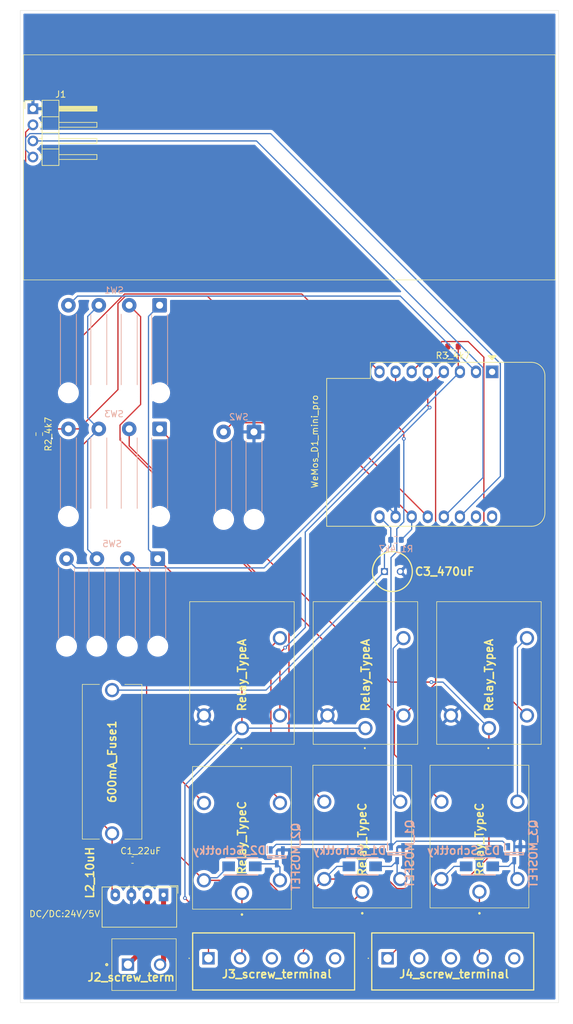
<source format=kicad_pcb>
(kicad_pcb (version 20240108) (generator "pcbnew") (generator_version "8.0")
  (layers (0 "F.Cu" signal) (31 "B.Cu" signal) (34 "B.Paste" user) (35 "F.Paste" user) (36 "B.SilkS" user "B.Silkscreen") (37 "F.SilkS" user "F.Silkscreen") (38 "B.Mask" user) (39 "F.Mask" user) (44 "Edge.Cuts" user))
  (net 0 "")
  (net 1 "VCC")
  (net 2 "GND")
  (net 3 "Net-(J2-Pin_2)")
  (net 4 "Net-(PS1-+VOUT)")
  (net 6 "Net-(C3-+)")
  (net 8 "Net-(D1-A)")
  (net 10 "Net-(D2-A)")
  (net 11 "Net-(D3-A)")
  (net 12 "SDA")
  (net 13 "SCL")
  (net 14 "Net-(J2-Pin_1)")
  (net 17 "VFD DI0")
  (net 18 "J3 24V")
  (net 19 "VFD DI1")
  (net 21 "VFD DI2")
  (net 22 "J4 24V")
  (net 25 "DO6")
  (net 26 "remote DI1")
  (net 27 "DO7")
  (net 28 "remote DI2")
  (net 29 "local DI0")
  (net 30 "remote DI0")
  (net 31 "local DI1")
  (net 32 "local DI2")
  (net 33 "DO5")
  (net 34 "DO8")
  (net 35 "Net-(SW2-B)")
  (net 36 "DO3")
  (net 37 "DO0")
  (net 38 "MCU 3V3")
  (net 39 "DOA")
  (footprint "1x2 screw conn:1729128" (layer "F.Cu") (at 80.5 215.5)
    (property "Reference" "J2_screw_term" (at 0.5 2 0) (layer "F.SilkS") (effects (font (size 1.27 1.27) (thickness 0.254))))
    (property "Value" "Screw_Terminal_01x02" (hide yes))
    (pad "1" thru_hole rect (at 0 0) (size 1.95 1.95) (drill 1.3) (layers "*.Cu" "*.Mask") (net 14 "Net-(J2-Pin_1)"))
    (pad "2" thru_hole circle (at 5.08 0) (size 1.95 1.95) (drill 1.3) (layers "*.Cu" "*.Mask") (net 3 "Net-(J2-Pin_2)"))
  )
  (footprint "Resistor_SMD:R_0603_1608Metric" (layer "F.Cu") (at 131.825 118 180)
    (property "Reference" "R3_4k7" (at 0 -1.43 0) (layer "F.SilkS"))
    (property "Value" "4k7")
    (pad "1" smd roundrect (at -0.825 0 180) (size 0.8 0.95) (layers "F.Cu" "F.Paste" "F.Mask") (net 37 "DO0"))
    (pad "2" smd roundrect (at 0.825 0 180) (size 0.8 0.95) (layers "F.Cu" "F.Paste" "F.Mask") (net 2 "GND"))
  )
  (footprint "type c relay:G5LE1DC3" (layer "F.Cu") (at 98.5 204.2 90)
    (property "Reference" "Relay_TypeC" (at 8.7 0 90) (layer "F.SilkS") (effects (font (size 1.27 1.27) (thickness 0.254))))
    (property "Value" "G5LE-1" (hide yes))
    (pad "1" thru_hole circle (at 0 0 90) (size 2.25 2.25) (drill 1.5) (layers "*.Cu" "*.Mask") (net 19 "VFD DI1"))
    (pad "2" thru_hole circle (at 2 6 90) (size 2.25 2.25) (drill 1.5) (layers "*.Cu" "*.Mask") (net 10 "Net-(D2-A)"))
    (pad "3" thru_hole circle (at 14.2 6 90) (size 2.25 2.25) (drill 1.5) (layers "*.Cu" "*.Mask") (net 26 "remote DI1"))
    (pad "4" thru_hole circle (at 14.2 -6 90) (size 2.25 2.25) (drill 1.5) (layers "*.Cu" "*.Mask") (net 31 "local DI1"))
    (pad "5" thru_hole circle (at 2 -6 90) (size 2.25 2.25) (drill 1.5) (layers "*.Cu" "*.Mask") (net 1 "VCC"))
  )
  (footprint "Module:WEMOS_D1_mini_light" (layer "F.Cu") (at 138 122 -90)
    (property "Reference" "WeMos_D1_mini_pro" (at 11 28 90) (layer "F.SilkS"))
    (property "Value" "WeMos_D1_mini")
    (pad "1" thru_hole rect (at 0 0 270) (size 2 2) (drill 1) (layers "*.Cu" "*.Mask"))
    (pad "2" thru_hole oval (at 0 2.54 270) (size 2 1.6) (drill 1) (layers "*.Cu" "*.Mask") (net 39 "DOA"))
    (pad "3" thru_hole oval (at 0 5.08 270) (size 2 1.6) (drill 1) (layers "*.Cu" "*.Mask") (net 37 "DO0"))
    (pad "4" thru_hole oval (at 0 7.62 270) (size 2 1.6) (drill 1) (layers "*.Cu" "*.Mask") (net 33 "DO5"))
    (pad "5" thru_hole oval (at 0 10.16 270) (size 2 1.6) (drill 1) (layers "*.Cu" "*.Mask") (net 25 "DO6"))
    (pad "6" thru_hole oval (at 0 12.7 270) (size 2 1.6) (drill 1) (layers "*.Cu" "*.Mask") (net 27 "DO7"))
    (pad "7" thru_hole oval (at 0 15.24 270) (size 2 1.6) (drill 1) (layers "*.Cu" "*.Mask") (net 34 "DO8"))
    (pad "8" thru_hole oval (at 0 17.78 270) (size 2 1.6) (drill 1) (layers "*.Cu" "*.Mask") (net 38 "MCU 3V3"))
    (pad "9" thru_hole oval (at 22.86 17.78 270) (size 2 1.6) (drill 1) (layers "*.Cu" "*.Mask") (net 6 "Net-(C3-+)"))
    (pad "10" thru_hole oval (at 22.86 15.24 270) (size 2 1.6) (drill 1) (layers "*.Cu" "*.Mask") (net 2 "GND"))
    (pad "11" thru_hole oval (at 22.86 12.7 270) (size 2 1.6) (drill 1) (layers "*.Cu" "*.Mask") (net 35 "Net-(SW2-B)"))
    (pad "12" thru_hole oval (at 22.86 10.16 270) (size 2 1.6) (drill 1) (layers "*.Cu" "*.Mask") (net 36 "DO3"))
    (pad "13" thru_hole oval (at 22.86 7.62 270) (size 2 1.6) (drill 1) (layers "*.Cu" "*.Mask") (net 12 "SDA"))
    (pad "14" thru_hole oval (at 22.86 5.08 270) (size 2 1.6) (drill 1) (layers "*.Cu" "*.Mask") (net 13 "SCL"))
    (pad "15" thru_hole oval (at 22.86 2.54 270) (size 2 1.6) (drill 1) (layers "*.Cu" "*.Mask"))
    (pad "16" thru_hole oval (at 22.86 0 270) (size 2 1.6) (drill 1) (layers "*.Cu" "*.Mask"))
  )
  (footprint "DCDC L:8200" (layer "F.Cu") (at 78 200.145 90)
    (property "Reference" "L2_10uH" (at -0.855 -3.5 90) (layer "F.SilkS") (effects (font (size 1.27 1.27) (thickness 0.254))))
    (property "Value" "82103C 10uH" (hide yes))
    (pad "1" smd rect (at -1.145 0 90) (size 1.52 3.05) (layers "F.Cu" "F.Paste" "F.Mask") (net 4 "Net-(PS1-+VOUT)"))
    (pad "2" smd rect (at 1.145 0 90) (size 1.52 3.05) (layers "F.Cu" "F.Paste" "F.Mask") (net 1 "VCC"))
  )
  (footprint "type a relay:G5LE1A4DC5" (layer "F.Cu") (at 118 178.2 90)
    (property "Reference" "Relay_TypeA" (at 8.375 0 90) (layer "F.SilkS") (effects (font (size 1.27 1.27) (thickness 0.254))))
    (property "Value" "G5LE-1A_DC3" (hide yes))
    (pad "1" thru_hole circle (at 0 0 90) (size 2.25 2.25) (drill 1.5) (layers "*.Cu" "*.Mask") (net 18 "J3 24V"))
    (pad "2" thru_hole circle (at 2 6 90) (size 2.25 2.25) (drill 1.5) (layers "*.Cu" "*.Mask") (net 33 "DO5"))
    (pad "3" thru_hole circle (at 14.2 6 90) (size 2.25 2.25) (drill 1.5) (layers "*.Cu" "*.Mask") (net 30 "remote DI0"))
    (pad "5" thru_hole circle (at 2 -6 90) (size 2.25 2.25) (drill 1.5) (layers "*.Cu" "*.Mask") (net 2 "GND"))
  )
  (footprint "Connector_PinHeader_2.54mm:PinHeader_1x04_P2.54mm_Horizontal" (layer "F.Cu") (at 65.5 80.5)
    (property "Reference" "J1" (at 4.385 -2.27 0) (layer "F.SilkS"))
    (property "Value" "Conn_01x04")
    (pad "1" thru_hole rect (at 0 0) (size 1.7 1.7) (drill 1) (layers "*.Cu" "*.Mask") (net 2 "GND"))
    (pad "2" thru_hole oval (at 0 2.54) (size 1.7 1.7) (drill 1) (layers "*.Cu" "*.Mask") (net 1 "VCC"))
    (pad "3" thru_hole oval (at 0 5.08) (size 1.7 1.7) (drill 1) (layers "*.Cu" "*.Mask") (net 12 "SDA"))
    (pad "4" thru_hole oval (at 0 7.62) (size 1.7 1.7) (drill 1) (layers "*.Cu" "*.Mask") (net 13 "SCL"))
  )
  (footprint "470uF C:CAPPRD250W52D630H1250" (layer "F.Cu") (at 121 153.5)
    (property "Reference" "C3_470uF" (at 9.5 0 0) (layer "F.SilkS") (effects (font (size 1.27 1.27) (thickness 0.254))))
    (property "Value" "470uF" (hide yes))
    (pad "1" thru_hole rect (at 0 0) (size 1.1 1.1) (drill 0.7) (layers "*.Cu" "*.Mask") (net 6 "Net-(C3-+)"))
    (pad "2" thru_hole circle (at 2.5 0) (size 1.1 1.1) (drill 0.7) (layers "*.Cu" "*.Mask") (net 2 "GND"))
  )
  (footprint "type a relay:G5LE1A4DC5" (layer "F.Cu") (at 137.5 178.2 90)
    (property "Reference" "Relay_TypeA" (at 8.375 0 90) (layer "F.SilkS") (effects (font (size 1.27 1.27) (thickness 0.254))))
    (property "Value" "G5LE-1A_DC3" (hide yes))
    (pad "1" thru_hole circle (at 0 0 90) (size 2.25 2.25) (drill 1.5) (layers "*.Cu" "*.Mask") (net 22 "J4 24V"))
    (pad "2" thru_hole circle (at 2 6 90) (size 2.25 2.25) (drill 1.5) (layers "*.Cu" "*.Mask") (net 27 "DO7"))
    (pad "3" thru_hole circle (at 14.2 6 90) (size 2.25 2.25) (drill 1.5) (layers "*.Cu" "*.Mask") (net 28 "remote DI2"))
    (pad "5" thru_hole circle (at 2 -6 90) (size 2.25 2.25) (drill 1.5) (layers "*.Cu" "*.Mask") (net 2 "GND"))
  )
  (footprint "1x5 screw conn:1935190" (layer "F.Cu") (at 121.5 214.5)
    (property "Reference" "J4_screw_terminal" (at 10.5 2.5 0) (layer "F.SilkS") (effects (font (size 1.27 1.27) (thickness 0.254))))
    (property "Value" "Screw_Terminal_01x05" (hide yes))
    (pad "1" thru_hole rect (at 0 0) (size 1.95 1.95) (drill 1.3) (layers "*.Cu" "*.Mask") (net 22 "J4 24V"))
    (pad "2" thru_hole circle (at 5 0) (size 1.95 1.95) (drill 1.3) (layers "*.Cu" "*.Mask"))
    (pad "3" thru_hole circle (at 10 0) (size 1.95 1.95) (drill 1.3) (layers "*.Cu" "*.Mask"))
    (pad "4" thru_hole circle (at 15 0) (size 1.95 1.95) (drill 1.3) (layers "*.Cu" "*.Mask") (net 21 "VFD DI2"))
    (pad "5" thru_hole circle (at 20 0) (size 1.95 1.95) (drill 1.3) (layers "*.Cu" "*.Mask"))
  )
  (footprint "type a relay:G5LE1A4DC5" (layer "F.Cu") (at 98.5 178.2 90)
    (property "Reference" "Relay_TypeA" (at 8.375 0 90) (layer "F.SilkS") (effects (font (size 1.27 1.27) (thickness 0.254))))
    (property "Value" "G5LE-1A_DC3" (hide yes))
    (pad "1" thru_hole circle (at 0 0 90) (size 2.25 2.25) (drill 1.5) (layers "*.Cu" "*.Mask") (net 18 "J3 24V"))
    (pad "2" thru_hole circle (at 2 6 90) (size 2.25 2.25) (drill 1.5) (layers "*.Cu" "*.Mask") (net 25 "DO6"))
    (pad "3" thru_hole circle (at 14.2 6 90) (size 2.25 2.25) (drill 1.5) (layers "*.Cu" "*.Mask") (net 26 "remote DI1"))
    (pad "5" thru_hole circle (at 2 -6 90) (size 2.25 2.25) (drill 1.5) (layers "*.Cu" "*.Mask") (net 2 "GND"))
  )
  (footprint "Resistor_SMD:R_0603_1608Metric" (layer "F.Cu") (at 66.5 131.825 -90)
    (property "Reference" "R2_4k7" (at 0 -1.43 90) (layer "F.SilkS"))
    (property "Value" "4k7")
    (pad "1" smd roundrect (at -0.825 0 270) (size 0.8 0.95) (layers "F.Cu" "F.Paste" "F.Mask") (net 36 "DO3"))
    (pad "2" smd roundrect (at 0.825 0 270) (size 0.8 0.95) (layers "F.Cu" "F.Paste" "F.Mask") (net 2 "GND"))
  )
  (footprint "600 mA fuse:0PTF0078P" (layer "F.Cu") (at 78 183.5 90)
    (property "Reference" "600mA_Fuse1" (at 0 0 90) (layer "F.SilkS") (effects (font (size 1.27 1.27) (thickness 0.254))))
    (property "Value" "0PTF0078P" (hide yes))
    (pad "1" thru_hole circle (at -11.3 0 90) (size 2.25 2.25) (drill 1.5) (layers "*.Cu" "*.Mask") (net 1 "VCC"))
    (pad "2" thru_hole circle (at 11.3 0 90) (size 2.25 2.25) (drill 1.5) (layers "*.Cu" "*.Mask") (net 6 "Net-(C3-+)"))
  )
  (footprint "Capacitor_SMD:C_0603_1608Metric" (layer "F.Cu") (at 81.225 199)
    (property "Reference" "C1_22uF" (at 1.275 -1.43 0) (layer "F.SilkS"))
    (property "Value" "22uF")
    (pad "1" smd roundrect (at -0.775 0) (size 0.9 0.95) (layers "F.Cu" "F.Paste" "F.Mask") (net 1 "VCC"))
    (pad "2" smd roundrect (at 0.775 0) (size 0.9 0.95) (layers "F.Cu" "F.Paste" "F.Mask") (net 2 "GND"))
  )
  (footprint "type c relay:G5LE1DC3" (layer "F.Cu") (at 117.5 204 90)
    (property "Reference" "Relay_TypeC" (at 8.225 0 90) (layer "F.SilkS") (effects (font (size 1.27 1.27) (thickness 0.254))))
    (property "Value" "G5LE-1" (hide yes))
    (pad "1" thru_hole circle (at 0 0 90) (size 2.25 2.25) (drill 1.5) (layers "*.Cu" "*.Mask") (net 17 "VFD DI0"))
    (pad "2" thru_hole circle (at 2 6 90) (size 2.25 2.25) (drill 1.5) (layers "*.Cu" "*.Mask") (net 8 "Net-(D1-A)"))
    (pad "3" thru_hole circle (at 14.2 6 90) (size 2.25 2.25) (drill 1.5) (layers "*.Cu" "*.Mask") (net 30 "remote DI0"))
    (pad "4" thru_hole circle (at 14.2 -6 90) (size 2.25 2.25) (drill 1.5) (layers "*.Cu" "*.Mask") (net 29 "local DI0"))
    (pad "5" thru_hole circle (at 2 -6 90) (size 2.25 2.25) (drill 1.5) (layers "*.Cu" "*.Mask") (net 1 "VCC"))
  )
  (footprint "Converter_DCDC:Converter_DCDC_Murata_CRE1xxxxxxSC_THT" (layer "F.Cu") (at 86.12 204.5 -90)
    (property "Reference" "DC/DC:24V/5V" (at 3 15.62 360) (layer "F.SilkS"))
    (property "Value" "CRE1S2405SC")
    (pad "1" thru_hole rect (at 0 0 180) (size 1.5 2) (drill 0.7) (layers "*.Cu" "*.Mask") (net 3 "Net-(J2-Pin_2)"))
    (pad "2" thru_hole oval (at 0 2.54 180) (size 1.5 2) (drill 0.7) (layers "*.Cu" "*.Mask") (net 14 "Net-(J2-Pin_1)"))
    (pad "3" thru_hole oval (at 0 5.08 180) (size 1.5 2) (drill 0.7) (layers "*.Cu" "*.Mask") (net 2 "GND"))
    (pad "4" thru_hole oval (at 0 7.62 180) (size 1.5 2) (drill 0.7) (layers "*.Cu" "*.Mask") (net 4 "Net-(PS1-+VOUT)"))
  )
  (footprint "type c relay:G5LE1DC3" (layer "F.Cu") (at 136 204 90)
    (property "Reference" "Relay_TypeC" (at 8.225 0 90) (layer "F.SilkS") (effects (font (size 1.27 1.27) (thickness 0.254))))
    (property "Value" "G5LE-1" (hide yes))
    (pad "1" thru_hole circle (at 0 0 90) (size 2.25 2.25) (drill 1.5) (layers "*.Cu" "*.Mask") (net 21 "VFD DI2"))
    (pad "2" thru_hole circle (at 2 6 90) (size 2.25 2.25) (drill 1.5) (layers "*.Cu" "*.Mask") (net 11 "Net-(D3-A)"))
    (pad "3" thru_hole circle (at 14.2 6 90) (size 2.25 2.25) (drill 1.5) (layers "*.Cu" "*.Mask") (net 28 "remote DI2"))
    (pad "4" thru_hole circle (at 14.2 -6 90) (size 2.25 2.25) (drill 1.5) (layers "*.Cu" "*.Mask") (net 32 "local DI2"))
    (pad "5" thru_hole circle (at 2 -6 90) (size 2.25 2.25) (drill 1.5) (layers "*.Cu" "*.Mask") (net 1 "VCC"))
  )
  (footprint "1x5 screw conn:1935190" (layer "F.Cu") (at 93.215 214.5)
    (property "Reference" "J3_screw_terminal" (at 10.785 2.5 0) (layer "F.SilkS") (effects (font (size 1.27 1.27) (thickness 0.254))))
    (property "Value" "Screw_Terminal_01x05" (hide yes))
    (pad "1" thru_hole rect (at 0 0) (size 1.95 1.95) (drill 1.3) (layers "*.Cu" "*.Mask") (net 18 "J3 24V"))
    (pad "2" thru_hole circle (at 5 0) (size 1.95 1.95) (drill 1.3) (layers "*.Cu" "*.Mask") (net 19 "VFD DI1"))
    (pad "3" thru_hole circle (at 10 0) (size 1.95 1.95) (drill 1.3) (layers "*.Cu" "*.Mask"))
    (pad "4" thru_hole circle (at 15 0) (size 1.95 1.95) (drill 1.3) (layers "*.Cu" "*.Mask") (net 17 "VFD DI0"))
    (pad "5" thru_hole circle (at 20 0) (size 1.95 1.95) (drill 1.3) (layers "*.Cu" "*.Mask"))
  )
  (footprint "mosfet:SOT96P240X115-3N" (layer "B.Cu") (at 141.5 198 -90)
    (property "Reference" "Q3_MOSFET" (at 0 -3 90) (layer "B.SilkS") (effects (font (size 1.27 1.27) (thickness 0.254)) (justify mirror)))
    (property "Value" "DMN65D8L-7" (hide yes))
    (pad "1" smd rect (at -1.1 0.96 180) (size 0.6 1.15) (layers "B.Cu" "B.Paste" "B.Mask") (net 34 "DO8"))
    (pad "2" smd rect (at -1.1 -0.96 180) (size 0.6 1.15) (layers "B.Cu" "B.Paste" "B.Mask") (net 2 "GND"))
    (pad "3" smd rect (at 1.1 0 180) (size 0.6 1.15) (layers "B.Cu" "B.Paste" "B.Mask") (net 11 "Net-(D3-A)"))
  )
  (footprint "mosfet:SOT96P240X115-3N" (layer "B.Cu") (at 104 198.5 -90)
    (property "Reference" "Q2_MOSFET" (at 0 -3 90) (layer "B.SilkS") (effects (font (size 1.27 1.27) (thickness 0.254)) (justify mirror)))
    (property "Value" "DMN65D8L-7" (hide yes))
    (pad "1" smd rect (at -1.1 0.96 180) (size 0.6 1.15) (layers "B.Cu" "B.Paste" "B.Mask") (net 34 "DO8"))
    (pad "2" smd rect (at -1.1 -0.96 180) (size 0.6 1.15) (layers "B.Cu" "B.Paste" "B.Mask") (net 2 "GND"))
    (pad "3" smd rect (at 1.1 0 180) (size 0.6 1.15) (layers "B.Cu" "B.Paste" "B.Mask") (net 10 "Net-(D2-A)"))
  )
  (footprint "Connector_Wire:SolderWire-0.5sqmm_1x04_P4.8mm_D0.9mm_OD2.3mm_Relief" (layer "B.Cu") (at 85.5 131 180)
    (property "Reference" "SW3" (at 7.2 2.35 0) (layer "B.SilkS") (effects (justify mirror)))
    (property "Value" "Local DI2 (decspeed)")
    (pad "" np_thru_hole circle (at 0 -13.8 180) (size 2.8 2.8) (drill 2.8) (layers "*.Cu" "*.Mask"))
    (pad "" np_thru_hole circle (at 4.8 -13.8 180) (size 2.8 2.8) (drill 2.8) (layers "*.Cu" "*.Mask"))
    (pad "" np_thru_hole circle (at 9.6 -13.8 180) (size 2.8 2.8) (drill 2.8) (layers "*.Cu" "*.Mask"))
    (pad "" np_thru_hole circle (at 14.4 -13.8 180) (size 2.8 2.8) (drill 2.8) (layers "*.Cu" "*.Mask"))
    (pad "1" thru_hole roundrect (at 0 0 180) (size 2.3 2.3) (drill 1.1) (layers "*.Cu" "*.Mask") (roundrect_rratio 0.108696) (net 22 "J4 24V"))
    (pad "2" thru_hole circle (at 4.8 0 180) (size 2.3 2.3) (drill 1.1) (layers "*.Cu" "*.Mask") (net 32 "local DI2"))
    (pad "3" thru_hole circle (at 9.6 0 180) (size 2.3 2.3) (drill 1.1) (layers "*.Cu" "*.Mask") (net 38 "MCU 3V3"))
    (pad "4" thru_hole circle (at 14.4 0 180) (size 2.3 2.3) (drill 1.1) (layers "*.Cu" "*.Mask") (net 36 "DO3"))
  )
  (footprint "Connector_Wire:SolderWire-0.5sqmm_1x04_P4.8mm_D0.9mm_OD2.3mm_Relief" (layer "B.Cu") (at 85.2 151.475 180)
    (property "Reference" "SW5" (at 7.2 2.35 0) (layer "B.SilkS") (effects (justify mirror)))
    (property "Value" "Local DI1 (incspeed)")
    (pad "" np_thru_hole circle (at 0 -13.8 180) (size 2.8 2.8) (drill 2.8) (layers "*.Cu" "*.Mask"))
    (pad "" np_thru_hole circle (at 4.8 -13.8 180) (size 2.8 2.8) (drill 2.8) (layers "*.Cu" "*.Mask"))
    (pad "" np_thru_hole circle (at 9.6 -13.8 180) (size 2.8 2.8) (drill 2.8) (layers "*.Cu" "*.Mask"))
    (pad "" np_thru_hole circle (at 14.4 -13.8 180) (size 2.8 2.8) (drill 2.8) (layers "*.Cu" "*.Mask"))
    (pad "1" thru_hole roundrect (at 0 0 180) (size 2.3 2.3) (drill 1.1) (layers "*.Cu" "*.Mask") (roundrect_rratio 0.108696) (net 18 "J3 24V"))
    (pad "2" thru_hole circle (at 4.8 0 180) (size 2.3 2.3) (drill 1.1) (layers "*.Cu" "*.Mask") (net 31 "local DI1"))
    (pad "3" thru_hole circle (at 9.6 0 180) (size 2.3 2.3) (drill 1.1) (layers "*.Cu" "*.Mask") (net 38 "MCU 3V3"))
    (pad "4" thru_hole circle (at 14.4 0 180) (size 2.3 2.3) (drill 1.1) (layers "*.Cu" "*.Mask") (net 37 "DO0"))
  )
  (footprint "mosfet:SOT96P240X115-3N" (layer "B.Cu") (at 123 198 -90)
    (property "Reference" "Q1_MOSFET" (at 0 -2 90) (layer "B.SilkS") (effects (font (size 1.27 1.27) (thickness 0.254)) (justify mirror)))
    (property "Value" "DMN65D8L-7" (hide yes))
    (pad "1" smd rect (at -1.1 0.96 180) (size 0.6 1.15) (layers "B.Cu" "B.Paste" "B.Mask") (net 34 "DO8"))
    (pad "2" smd rect (at -1.1 -0.96 180) (size 0.6 1.15) (layers "B.Cu" "B.Paste" "B.Mask") (net 2 "GND"))
    (pad "3" smd rect (at 1.1 0 180) (size 0.6 1.15) (layers "B.Cu" "B.Paste" "B.Mask") (net 8 "Net-(D1-A)"))
  )
  (footprint "Connector_Wire:SolderWire-0.5sqmm_1x04_P4.8mm_D0.9mm_OD2.3mm_Relief" (layer "B.Cu") (at 85.5 111.5 180)
    (property "Reference" "SW1" (at 7.2 2.35 0) (layer "B.SilkS") (effects (justify mirror)))
    (property "Value" "Local DI0 (onoff)")
    (pad "" np_thru_hole circle (at 0 -13.8 180) (size 2.8 2.8) (drill 2.8) (layers "*.Cu" "*.Mask"))
    (pad "" np_thru_hole circle (at 4.8 -13.8 180) (size 2.8 2.8) (drill 2.8) (layers "*.Cu" "*.Mask"))
    (pad "" np_thru_hole circle (at 9.6 -13.8 180) (size 2.8 2.8) (drill 2.8) (layers "*.Cu" "*.Mask"))
    (pad "" np_thru_hole circle (at 14.4 -13.8 180) (size 2.8 2.8) (drill 2.8) (layers "*.Cu" "*.Mask"))
    (pad "1" thru_hole roundrect (at 0 0 180) (size 2.3 2.3) (drill 1.1) (layers "*.Cu" "*.Mask") (roundrect_rratio 0.108696) (net 18 "J3 24V"))
    (pad "2" thru_hole circle (at 4.8 0 180) (size 2.3 2.3) (drill 1.1) (layers "*.Cu" "*.Mask") (net 29 "local DI0"))
    (pad "3" thru_hole circle (at 9.6 0 180) (size 2.3 2.3) (drill 1.1) (layers "*.Cu" "*.Mask") (net 38 "MCU 3V3"))
    (pad "4" thru_hole circle (at 14.4 0 180) (size 2.3 2.3) (drill 1.1) (layers "*.Cu" "*.Mask") (net 39 "DOA"))
  )
  (footprint "Resistor_SMD:R_0603_1608Metric" (layer "B.Cu") (at 122.825 148.5)
    (property "Reference" "R1_4k7" (at 0 1.43 0) (layer "B.SilkS") (effects (justify mirror)))
    (property "Value" "4k7")
    (pad "1" smd roundrect (at -0.825 0) (size 0.8 0.95) (layers "B.Cu" "B.Paste" "B.Mask") (net 6 "Net-(C3-+)"))
    (pad "2" smd roundrect (at 0.825 0) (size 0.8 0.95) (layers "B.Cu" "B.Paste" "B.Mask") (net 35 "Net-(SW2-B)"))
  )
  (footprint "schottky:DIOM5027X250N" (layer "B.Cu") (at 98.5 200)
    (property "Reference" "D2_Schottky" (at -2 -2.5 0) (layer "B.SilkS") (effects (font (size 1.27 1.27) (thickness 0.254)) (justify mirror)))
    (property "Value" "SK16" (hide yes))
    (pad "1" smd rect (at -2.1 0 270) (size 1.55 2) (layers "B.Cu" "B.Paste" "B.Mask") (net 1 "VCC"))
    (pad "2" smd rect (at 2.1 0 270) (size 1.55 2) (layers "B.Cu" "B.Paste" "B.Mask") (net 10 "Net-(D2-A)"))
  )
  (footprint "schottky:DIOM5027X250N" (layer "B.Cu") (at 136 200)
    (property "Reference" "D3_Schottky" (at -2.5 -2.5 0) (layer "B.SilkS") (effects (font (size 1.27 1.27) (thickness 0.254)) (justify mirror)))
    (property "Value" "SK16" (hide yes))
    (pad "1" smd rect (at -2.1 0 270) (size 1.55 2) (layers "B.Cu" "B.Paste" "B.Mask") (net 1 "VCC"))
    (pad "2" smd rect (at 2.1 0 270) (size 1.55 2) (layers "B.Cu" "B.Paste" "B.Mask") (net 11 "Net-(D3-A)"))
  )
  (footprint "schottky:DIOM5027X250N" (layer "B.Cu") (at 117.5 200)
    (property "Reference" "D1_Schottky" (at -2 -2.5 0) (layer "B.SilkS") (effects (font (size 1.27 1.27) (thickness 0.254)) (justify mirror)))
    (property "Value" "SK16" (hide yes))
    (pad "1" smd rect (at -2.1 0 270) (size 1.55 2) (layers "B.Cu" "B.Paste" "B.Mask") (net 1 "VCC"))
    (pad "2" smd rect (at 2.1 0 270) (size 1.55 2) (layers "B.Cu" "B.Paste" "B.Mask") (net 8 "Net-(D1-A)"))
  )
  (footprint "Connector_Wire:SolderWire-0.5sqmm_1x02_P4.8mm_D0.9mm_OD2.3mm_Relief" (layer "B.Cu") (at 100.4 131.475 180)
    (property "Reference" "SW2" (at 2.4 2.35 0) (layer "B.SilkS") (effects (justify mirror)))
    (property "Value" "local/remote switch")
    (pad "" np_thru_hole circle (at 0 -13.8 180) (size 2.8 2.8) (drill 2.8) (layers "*.Cu" "*.Mask"))
    (pad "" np_thru_hole circle (at 4.8 -13.8 180) (size 2.8 2.8) (drill 2.8) (layers "*.Cu" "*.Mask"))
    (pad "1" thru_hole roundrect (at 0 0 180) (size 2.3 2.3) (drill 1.1) (layers "*.Cu" "*.Mask") (roundrect_rratio 0.108696) (net 2 "GND"))
    (pad "2" thru_hole circle (at 4.8 0 180) (size 2.3 2.3) (drill 1.1) (layers "*.Cu" "*.Mask") (net 35 "Net-(SW2-B)"))
  )
  (gr_rect (start 64 72) (end 148 107.5) (stroke (width 0.1)) (fill none) (layer "F.SilkS"))
  (gr_rect (start 63.5 65) (end 148.5 221.5) (stroke (width 0.05)) (fill none) (layer "Edge.Cuts"))
  (segment (start 102.484745 202.2) (end 104.284745 204) (width 0.2) (layer "F.Cu") (net 1))
  (segment (start 64.35 181.15) (end 78 194.8) (width 0.2) (layer "F.Cu") (net 1))
  (segment (start 92.5 202.2) (end 102.484745 202.2) (width 0.2) (layer "F.Cu") (net 1))
  (segment (start 128.5 203.5) (end 130 202) (width 0.2) (layer "F.Cu") (net 1))
  (segment (start 81.225 198.225) (end 88.525 198.225) (width 0.2) (layer "F.Cu") (net 1))
  (segment (start 78 199) (end 78 194.8) (width 0.2) (layer "F.Cu") (net 1))
  (segment (start 64.35 84.19) (end 64.35 181.15) (width 0.2) (layer "F.Cu") (net 1))
  (segment (start 109.5 204) (end 111.5 202) (width 0.2) (layer "F.Cu") (net 1))
  (segment (start 78 199) (end 80.45 199) (width 0.2) (layer "F.Cu") (net 1))
  (segment (start 80.45 199) (end 81.225 198.225) (width 0.2) (layer "F.Cu") (net 1))
  (segment (start 111.5 202) (end 121.484745 202) (width 0.2) (layer "F.Cu") (net 1))
  (segment (start 104.284745 204) (end 109.5 204) (width 0.2) (layer "F.Cu") (net 1))
  (segment (start 88.525 198.225) (end 92.5 202.2) (width 0.2) (layer "F.Cu") (net 1))
  (segment (start 65.5 83.04) (end 64.35 84.19) (width 0.2) (layer "F.Cu") (net 1))
  (segment (start 121.484745 202) (end 122.984745 203.5) (width 0.2) (layer "F.Cu") (net 1))
  (segment (start 122.984745 203.5) (end 128.5 203.5) (width 0.2) (layer "F.Cu") (net 1))
  (segment (start 94.6 201.8) (end 92.9 201.8) (width 0.2) (layer "B.Cu") (net 1))
  (segment (start 115.4 200) (end 113.5 200) (width 0.2) (layer "B.Cu") (net 1))
  (segment (start 96.4 200) (end 94.6 201.8) (width 0.2) (layer "B.Cu") (net 1))
  (segment (start 92.9 201.8) (end 92.5 202.2) (width 0.2) (layer "B.Cu") (net 1))
  (segment (start 133.9 200) (end 132 200) (width 0.2) (layer "B.Cu") (net 1))
  (segment (start 132 200) (end 130 202) (width 0.2) (layer "B.Cu") (net 1))
  (segment (start 113.5 200) (end 111.5 202) (width 0.2) (layer "B.Cu") (net 1))
  (segment (start 66.5 132.65) (end 68.35 132.65) (width 0.2) (layer "F.Cu") (net 2))
  (segment (start 68.35 132.65) (end 68.5 132.5) (width 0.2) (layer "F.Cu") (net 2))
  (segment (start 131 118) (end 131 119.5) (width 0.2) (layer "F.Cu") (net 2))
  (segment (start 81.04 204.5) (end 81.04 199.96) (width 0.2) (layer "F.Cu") (net 2))
  (segment (start 81.04 199.96) (end 82 199) (width 0.2) (layer "F.Cu") (net 2))
  (via (at 68.5 132.5) (size 0.6) (drill 0.3) (layers "F.Cu" "B.Cu") (net 2))
  (via (at 131 119.5) (size 0.6) (drill 0.3) (layers "F.Cu" "B.Cu") (net 2))
  (segment (start 122.76 144.86) (end 122.76 144.51) (width 0.2) (layer "B.Cu") (net 2))
  (segment (start 122.76 144.51) (end 121.25 143) (width 0.2) (layer "B.Cu") (net 2))
  (segment (start 86.12 214.96) (end 85.58 215.5) (width 0.2) (layer "F.Cu") (net 3))
  (segment (start 86.12 204.5) (end 86.12 214.96) (width 0.8) (layer "F.Cu") (net 3))
  (segment (start 78 201.29) (end 78 204) (width 0.2) (layer "F.Cu") (net 4))
  (segment (start 78 204) (end 78.5 204.5) (width 0.2) (layer "F.Cu") (net 4))
  (segment (start 121 150.5) (end 121 153.5) (width 0.2) (layer "B.Cu") (net 6))
  (segment (start 122 146.64) (end 120.22 144.86) (width 0.2) (layer "B.Cu") (net 6))
  (segment (start 122 149.5) (end 121 150.5) (width 0.2) (layer "B.Cu") (net 6))
  (segment (start 122 148.5) (end 122 146.64) (width 0.2) (layer "B.Cu") (net 6))
  (segment (start 78 172.2) (end 102.3 172.2) (width 0.2) (layer "B.Cu") (net 6))
  (segment (start 122 148.5) (end 122 149.5) (width 0.2) (layer "B.Cu") (net 6))
  (segment (start 102.3 172.2) (end 121 153.5) (width 0.2) (layer "B.Cu") (net 6))
  (segment (start 119.6 200) (end 122.1 200) (width 0.2) (layer "B.Cu") (net 8))
  (segment (start 122.1 200) (end 123 199.1) (width 0.2) (layer "B.Cu") (net 8))
  (segment (start 123 199.1) (end 123 201.5) (width 0.2) (layer "B.Cu") (net 8))
  (segment (start 123 201.5) (end 123.5 202) (width 0.2) (layer "B.Cu") (net 8))
  (segment (start 100.6 200) (end 101 199.6) (width 0.2) (layer "B.Cu") (net 10))
  (segment (start 104 199.6) (end 104.5 200.1) (width 0.2) (layer "B.Cu") (net 10))
  (segment (start 104.5 200.1) (end 104.5 202.2) (width 0.2) (layer "B.Cu") (net 10))
  (segment (start 101 199.6) (end 104 199.6) (width 0.2) (layer "B.Cu") (net 10))
  (segment (start 141.5 201.5) (end 142 202) (width 0.2) (layer "B.Cu") (net 11))
  (segment (start 141.5 199.1) (end 141.5 201.5) (width 0.2) (layer "B.Cu") (net 11))
  (segment (start 140.6 200) (end 141.5 199.1) (width 0.2) (layer "B.Cu") (net 11))
  (segment (start 138.1 200) (end 140.6 200) (width 0.2) (layer "B.Cu") (net 11))
  (segment (start 130.38 144.86) (end 136.56 138.68) (width 0.2) (layer "B.Cu") (net 12))
  (segment (start 136.56 138.68) (end 136.56 121.344365) (width 0.2) (layer "B.Cu") (net 12))
  (segment (start 100.795635 85.58) (end 65.5 85.58) (width 0.2) (layer "B.Cu") (net 12))
  (segment (start 136.56 121.344365) (end 100.795635 85.58) (width 0.2) (layer "B.Cu") (net 12))
  (segment (start 139.3 138.48) (end 139.3 120.7) (width 0.2) (layer "B.Cu") (net 13))
  (segment (start 103.03 84.43) (end 65.023654 84.43) (width 0.2) (layer "B.Cu") (net 13))
  (segment (start 139.3 120.7) (end 103.03 84.43) (width 0.2) (layer "B.Cu") (net 13))
  (segment (start 65.023654 84.43) (end 64.35 85.103654) (width 0.2) (layer "B.Cu") (net 13))
  (segment (start 132.92 144.86) (end 139.3 138.48) (width 0.2) (layer "B.Cu") (net 13))
  (segment (start 64.35 86.97) (end 65.5 88.12) (width 0.2) (layer "B.Cu") (net 13))
  (segment (start 64.35 85.103654) (end 64.35 86.97) (width 0.2) (layer "B.Cu") (net 13))
  (segment (start 83.58 204.5) (end 83.58 212.42) (width 0.8) (layer "F.Cu") (net 14))
  (segment (start 83.58 212.42) (end 80.5 215.5) (width 0.8) (layer "F.Cu") (net 14))
  (segment (start 108.215 213.285) (end 108.215 214.5) (width 0.2) (layer "F.Cu") (net 17))
  (segment (start 117.5 204) (end 108.215 213.285) (width 0.2) (layer "F.Cu") (net 17))
  (segment (start 93.215 214.5) (end 93.215 208.715) (width 0.2) (layer "F.Cu") (net 18))
  (segment (start 98.5 164.775) (end 85.2 151.475) (width 0.2) (layer "F.Cu") (net 18))
  (segment (start 93.215 208.715) (end 89.5 205) (width 0.2) (layer "F.Cu") (net 18))
  (segment (start 98.5 178.2) (end 98.5 164.775) (width 0.2) (layer "F.Cu") (net 18))
  (via (at 89.5 205) (size 0.6) (drill 0.3) (layers "F.Cu" "B.Cu") (net 18))
  (segment (start 89.5 187.2) (end 98.5 178.2) (width 0.2) (layer "B.Cu") (net 18))
  (segment (start 98.5 178.2) (end 118 178.2) (width 0.2) (layer "B.Cu") (net 18))
  (segment (start 85.2 151.475) (end 83.746 150.021) (width 0.2) (layer "B.Cu") (net 18))
  (segment (start 83.746 113.254) (end 85.5 111.5) (width 0.2) (layer "B.Cu") (net 18))
  (segment (start 89.5 205) (end 89.5 187.2) (width 0.2) (layer "B.Cu") (net 18))
  (segment (start 83.746 150.021) (end 83.746 113.254) (width 0.2) (layer "B.Cu") (net 18))
  (segment (start 98.5 214.215) (end 98.215 214.5) (width 0.2) (layer "F.Cu") (net 19))
  (segment (start 98.5 204.2) (end 98.5 214.215) (width 0.2) (layer "F.Cu") (net 19))
  (segment (start 136 204) (end 136 214) (width 0.2) (layer "F.Cu") (net 21))
  (segment (start 136 214) (end 136.5 214.5) (width 0.2) (layer "F.Cu") (net 21))
  (segment (start 85.5 131) (end 98.646 144.146) (width 0.2) (layer "F.Cu") (net 22))
  (segment (start 98.646 144.146) (end 98.646 147.646) (width 0.2) (layer "F.Cu") (net 22))
  (segment (start 121.935735 170.935735) (end 128.415735 170.935735) (width 0.2) (layer "F.Cu") (net 22))
  (segment (start 137.5 198.5) (end 121.5 214.5) (width 0.2) (layer "F.Cu") (net 22))
  (segment (start 98.646 147.646) (end 121.935735 170.935735) (width 0.2) (layer "F.Cu") (net 22))
  (segment (start 137.5 178.2) (end 137.5 198.5) (width 0.2) (layer "F.Cu") (net 22))
  (via (at 128.415735 170.935735) (size 0.6) (drill 0.3) (layers "F.Cu" "B.Cu") (net 22))
  (segment (start 130.235735 170.935735) (end 137.5 178.2) (width 0.2) (layer "B.Cu") (net 22))
  (segment (start 128.415735 170.935735) (end 130.235735 170.935735) (width 0.2) (layer "B.Cu") (net 22))
  (segment (start 127.84 127.34) (end 127.84 122) (width 0.2) (layer "F.Cu") (net 25))
  (segment (start 104.5 166.325) (end 105.325 165.5) (width 0.2) (layer "F.Cu") (net 25))
  (segment (start 128.134265 127.634265) (end 127.84 127.34) (width 0.2) (layer "F.Cu") (net 25))
  (segment (start 104.5 176.2) (end 104.5 166.325) (width 0.2) (layer "F.Cu") (net 25))
  (via (at 105.325 165.5) (size 0.6) (drill 0.3) (layers "F.Cu" "B.Cu") (net 25))
  (via (at 128.134265 127.634265) (size 0.6) (drill 0.3) (layers "F.Cu" "B.Cu") (net 25))
  (segment (start 108.5 162.325) (end 108.5 147.26853) (width 0.2) (layer "B.Cu") (net 25))
  (segment (start 105.325 165.5) (end 108.5 162.325) (width 0.2) (layer "B.Cu") (net 25))
  (segment (start 108.5 147.26853) (end 128.134265 127.634265) (width 0.2) (layer "B.Cu") (net 25))
  (segment (start 104.5 190) (end 104.5 189.5) (width 0.2) (layer "F.Cu") (net 26))
  (segment (start 103.075 165.425) (end 104.5 164) (width 0.2) (layer "F.Cu") (net 26))
  (segment (start 103.075 188.075) (end 103.075 165.425) (width 0.2) (layer "F.Cu") (net 26))
  (segment (start 104.5 189.5) (end 103.075 188.075) (width 0.2) (layer "F.Cu") (net 26))
  (segment (start 134.225 117.225) (end 130.075 117.225) (width 0.2) (layer "F.Cu") (net 27))
  (segment (start 130.075 117.225) (end 125.3 122) (width 0.2) (layer "F.Cu") (net 27))
  (segment (start 136.7 169.4) (end 136.7 119.7) (width 0.2) (layer "F.Cu") (net 27))
  (segment (start 136.7 119.7) (end 134.225 117.225) (width 0.2) (layer "F.Cu") (net 27))
  (segment (start 143.5 176.2) (end 136.7 169.4) (width 0.2) (layer "F.Cu") (net 27))
  (segment (start 142 189.8) (end 142 165.5) (width 0.2) (layer "B.Cu") (net 28))
  (segment (start 142 165.5) (end 143.5 164) (width 0.2) (layer "B.Cu") (net 28))
  (segment (start 82.5 113.3) (end 80.7 111.5) (width 0.2) (layer "F.Cu") (net 29))
  (segment (start 105.925 184.225) (end 105.925 159.425) (width 0.2) (layer "F.Cu") (net 29))
  (segment (start 111.5 189.8) (end 105.925 184.225) (width 0.2) (layer "F.Cu") (net 29))
  (segment (start 79.25 130.39939) (end 82.5 127.14939) (width 0.2) (layer "F.Cu") (net 29))
  (segment (start 79.25 132.75) (end 79.25 130.39939) (width 0.2) (layer "F.Cu") (net 29))
  (segment (start 105.925 159.425) (end 79.25 132.75) (width 0.2) (layer "F.Cu") (net 29))
  (segment (start 82.5 127.14939) (end 82.5 113.3) (width 0.2) (layer "F.Cu") (net 29))
  (segment (start 123.5 189.8) (end 122.375 188.675) (width 0.2) (layer "B.Cu") (net 30))
  (segment (start 122.375 165.625) (end 124 164) (width 0.2) (layer "B.Cu") (net 30))
  (segment (start 122.375 188.675) (end 122.375 165.625) (width 0.2) (layer "B.Cu") (net 30))
  (segment (start 92.5 190) (end 83.446 180.946) (width 0.2) (layer "F.Cu") (net 31))
  (segment (start 83.446 154.521) (end 80.4 151.475) (width 0.2) (layer "F.Cu") (net 31))
  (segment (start 83.446 180.946) (end 83.446 154.521) (width 0.2) (layer "F.Cu") (net 31))
  (segment (start 130 189.8) (end 122.575 182.375) (width 0.2) (layer "F.Cu") (net 32))
  (segment (start 122.575 175.575) (end 80.7 133.7) (width 0.2) (layer "F.Cu") (net 32))
  (segment (start 122.575 182.375) (end 122.575 175.575) (width 0.2) (layer "F.Cu") (net 32))
  (segment (start 80.7 133.7) (end 80.7 131) (width 0.2) (layer "F.Cu") (net 32))
  (segment (start 129.08 123.3) (end 129.08 171.12) (width 0.2) (layer "F.Cu") (net 33))
  (segment (start 129.08 171.12) (end 124 176.2) (width 0.2) (layer "F.Cu") (net 33))
  (segment (start 130.38 122) (end 129.08 123.3) (width 0.2) (layer "F.Cu") (net 33))
  (segment (start 124.05853 132.55853) (end 124.05853 131.55853) (width 0.2) (layer "F.Cu") (net 34))
  (segment (start 122.76 130.26) (end 122.76 122) (width 0.2) (layer "F.Cu") (net 34))
  (segment (start 124.05853 131.55853) (end 122.76 130.26) (width 0.2) (layer "F.Cu") (net 34))
  (via (at 124.05853 132.55853) (size 0.6) (drill 0.3) (layers "F.Cu" "B.Cu") (net 34))
  (segment (start 122.04 151.297648) (end 122.95 150.387648) (width 0.2) (layer "B.Cu") (net 34))
  (segment (start 122.915 196.025) (end 139.665 196.025) (width 0.2) (layer "B.Cu") (net 34))
  (segment (start 139.665 196.025) (end 140.54 196.9) (width 0.2) (layer "B.Cu") (net 34))
  (segment (start 122.04 196.9) (end 122.915 196.025) (width 0.2) (layer "B.Cu") (net 34))
  (segment (start 124.05853 145.657105) (end 124.05853 132.55853) (width 0.2) (layer "B.Cu") (net 34))
  (segment (start 103.04 197.4) (end 103.915 196.525) (width 0.2) (layer "B.Cu") (net 34))
  (segment (start 122.95 150.387648) (end 122.95 146.765635) (width 0.2) (layer "B.Cu") (net 34))
  (segment (start 103.915 196.525) (end 121.665 196.525) (width 0.2) (layer "B.Cu") (net 34))
  (segment (start 121.665 196.525) (end 122.04 196.9) (width 0.2) (layer "B.Cu") (net 34))
  (segment (start 122.04 196.9) (end 122.04 151.297648) (width 0.2) (layer "B.Cu") (net 34))
  (segment (start 122.95 146.765635) (end 124.05853 145.657105) (width 0.2) (layer "B.Cu") (net 34))
  (segment (start 110.465 130.025) (end 125.3 144.86) (width 0.2) (layer "F.Cu") (net 35))
  (segment (start 95.6 131.475) (end 97.05 130.025) (width 0.2) (layer "F.Cu") (net 35))
  (segment (start 97.05 130.025) (end 110.465 130.025) (width 0.2) (layer "F.Cu") (net 35))
  (segment (start 123.65 148.5) (end 125.3 146.85) (width 0.2) (layer "B.Cu") (net 35))
  (segment (start 125.3 146.85) (end 125.3 144.86) (width 0.2) (layer "B.Cu") (net 35))
  (segment (start 78.923 111.22639) (end 80.09939 110.05) (width 0.2) (layer "F.Cu") (net 36))
  (segment (start 78.923 124.803345) (end 78.923 111.22639) (width 0.2) (layer "F.Cu") (net 36))
  (segment (start 80.09939 110.05) (end 93.03 110.05) (width 0.2) (layer "F.Cu") (net 36))
  (segment (start 66.5 131) (end 71.1 131) (width 0.2) (layer "F.Cu") (net 36))
  (segment (start 71.1 131) (end 72.726345 131) (width 0.2) (layer "F.Cu") (net 36))
  (segment (start 93.03 110.05) (end 127.84 144.86) (width 0.2) (layer "F.Cu") (net 36))
  (segment (start 72.726345 131) (end 78.923 124.803345) (width 0.2) (layer "F.Cu") (net 36))
  (segment (start 132.65 118) (end 132.65 121.73) (width 0.2) (layer "F.Cu") (net 37))
  (segment (start 132.65 121.73) (end 132.92 122) (width 0.2) (layer "F.Cu") (net 37))
  (segment (start 70.8 151.475) (end 72.25 152.925) (width 0.2) (layer "B.Cu") (net 37))
  (segment (start 101.995 152.925) (end 132.92 122) (width 0.2) (layer "B.Cu") (net 37))
  (segment (start 72.25 152.925) (end 101.995 152.925) (width 0.2) (layer "B.Cu") (net 37))
  (segment (start 107.943 109.723) (end 79.963942 109.723) (width 0.2) (layer "F.Cu") (net 38))
  (segment (start 120.22 122) (end 107.943 109.723) (width 0.2) (layer "F.Cu") (net 38))
  (segment (start 66.162352 133.5) (end 73.4 133.5) (width 0.2) (layer "F.Cu") (net 38))
  (segment (start 65.725 123.961942) (end 65.725 133.062648) (width 0.2) (layer "F.Cu") (net 38))
  (segment (start 65.725 133.062648) (end 66.162352 133.5) (width 0.2) (layer "F.Cu") (net 38))
  (segment (start 73.4 133.5) (end 75.9 131) (width 0.2) (layer "F.Cu") (net 38))
  (segment (start 79.963942 109.723) (end 65.725 123.961942) (width 0.2) (layer "F.Cu") (net 38))
  (segment (start 74.146 113.254) (end 75.9 111.5) (width 0.2) (layer "B.Cu") (net 38))
  (segment (start 75.9 131) (end 74.146 129.246) (width 0.2) (layer "B.Cu") (net 38))
  (segment (start 74.146 132.754) (end 75.9 131) (width 0.2) (layer "B.Cu") (net 38))
  (segment (start 74.146 129.246) (end 74.146 113.254) (width 0.2) (layer "B.Cu") (net 38))
  (segment (start 74.146 150.021) (end 74.146 132.754) (width 0.2) (layer "B.Cu") (net 38))
  (segment (start 75.6 151.475) (end 74.146 150.021) (width 0.2) (layer "B.Cu") (net 38))
  (segment (start 71.1 111.5) (end 72.55 110.05) (width 0.2) (layer "B.Cu") (net 39))
  (segment (start 123.51 110.05) (end 135.46 122) (width 0.2) (layer "B.Cu") (net 39))
  (segment (start 72.55 110.05) (end 123.51 110.05) (width 0.2) (layer "B.Cu") (net 39))
  (zone (net 2) (net_name "GND") (layer "B.Cu") (connect_pads (clearance 0.5)) (min_thickness 0.25) (fill yes (thermal_gap 0.5) (thermal_bridge_width 0.5))
    (polygon (pts (xy 149.298132 223.351691) (xy 150.798132 63.351691) (xy 61.298132 63.351691) (xy 60.298132 224.851691)))
  )
)
</source>
